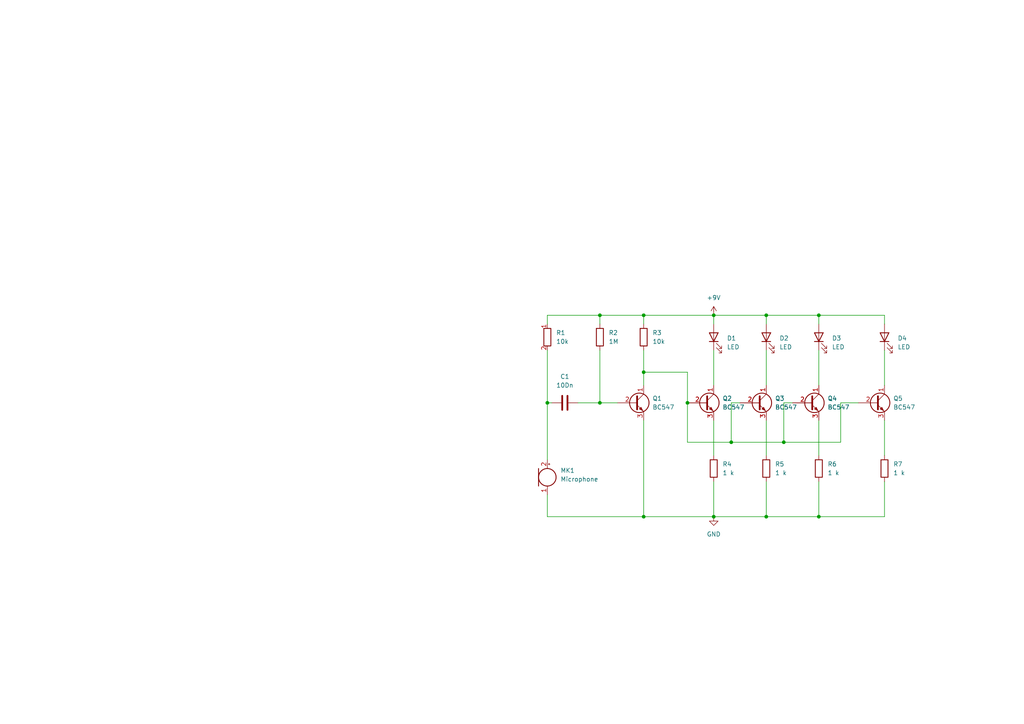
<source format=kicad_sch>
(kicad_sch (version 20211123) (generator eeschema)
  (paper "A4")
  (title_block (title "Proekt") (date "2024-11-06"))
  (lib_symbols
    (symbol "Device:C" (pin_numbers hide) (pin_names (offset 0.254))
      (property "Reference" "C" (at 0.635 2.54 0))
      (property "Value" "C" (at 0.635 -2.54 0))
      (symbol "C_0_1"
        (polyline (pts (xy -2.032 -0.762) (xy 2.032 -0.762)) (stroke (width 0.508)))
        (polyline (pts (xy -2.032 0.762) (xy 2.032 0.762)) (stroke (width 0.508)))
      )
      (symbol "C_1_1"
        (pin passive line (at 0 3.81 270) (length 2.794) (name "~") (number "1"))
        (pin passive line (at 0 -3.81 90) (length 2.794) (name "~") (number "2"))
      )
    )
    (symbol "Device:LED" (pin_numbers hide) (pin_names (offset 1.016) hide)
      (property "Reference" "D" (at 0 2.54 0))
      (property "Value" "LED" (at 0 -2.54 0))
      (symbol "LED_0_1"
        (polyline (pts (xy -1.27 -1.27) (xy -1.27 1.27)) (stroke (width 0.254)))
        (polyline (pts (xy -1.27 0) (xy 1.27 0)))
        (polyline (pts (xy 1.27 -1.27) (xy 1.27 1.27) (xy -1.27 0) (xy 1.27 -1.27)) (stroke (width 0.254)))
        (polyline (pts (xy -3.048 -0.762) (xy -4.572 -2.286) (xy -3.81 -2.286) (xy -4.572 -2.286) (xy -4.572 -1.524)))
        (polyline (pts (xy -1.778 -0.762) (xy -3.302 -2.286) (xy -2.54 -2.286) (xy -3.302 -2.286) (xy -3.302 -1.524)))
      )
      (symbol "LED_1_1"
        (pin passive line (at -3.81 0 0) (length 2.54) (name "K") (number "1"))
        (pin passive line (at 3.81 0 180) (length 2.54) (name "A") (number "2"))
      )
    )
    (symbol "Device:Microphone" (pin_names (offset 0.0254) hide)
      (property "Reference" "MK" (at -3.81 1.27 0))
      (property "Value" "Microphone" (at -3.81 -0.635 0))
      (symbol "Microphone_0_1"
        (polyline (pts (xy -2.54 2.54) (xy -2.54 -2.54)) (stroke (width 0.254)))
        (polyline (pts (xy 0.254 3.81) (xy 0.762 3.81)))
        (polyline (pts (xy 0.508 4.064) (xy 0.508 3.556)))
        (circle (center 0 0) (radius 2.54) (stroke (width 0.254)))
      )
      (symbol "Microphone_1_1"
        (pin passive line (at 0 -5.08 90) (length 2.54) (name "-") (number "1"))
        (pin passive line (at 0 5.08 270) (length 2.54) (name "+") (number "2"))
      )
    )
    (symbol "Device:Q_NPN_CBE" (pin_names (offset 0) hide)
      (property "Reference" "Q" (at 5.08 1.27 0))
      (property "Value" "Q_NPN_CBE" (at 5.08 -1.27 0))
      (symbol "Q_NPN_CBE_0_1"
        (polyline (pts (xy 0.635 0.635) (xy 2.54 2.54)))
        (polyline (pts (xy 0.635 -0.635) (xy 2.54 -2.54) (xy 2.54 -2.54)))
        (polyline (pts (xy 0.635 1.905) (xy 0.635 -1.905) (xy 0.635 -1.905)) (stroke (width 0.508)))
        (polyline (pts (xy 1.27 -1.778) (xy 1.778 -1.27) (xy 2.286 -2.286) (xy 1.27 -1.778) (xy 1.27 -1.778)) (fill (type outline)))
        (circle (center 1.27 0) (radius 2.8194) (stroke (width 0.254)))
      )
      (symbol "Q_NPN_CBE_1_1"
        (pin passive line (at 2.54 5.08 270) (length 2.54) (name "C") (number "1"))
        (pin input line (at -5.08 0 0) (length 5.715) (name "B") (number "2"))
        (pin passive line (at 2.54 -5.08 90) (length 2.54) (name "E") (number "3"))
      )
    )
    (symbol "Device:R" (pin_numbers hide) (pin_names (offset 0))
      (property "Reference" "R" (at 2.032 0 90))
      (property "Value" "R" (at 0 0 90))
      (symbol "R_0_1"
        (rectangle (start -1.016 -2.54) (end 1.016 2.54) (stroke (width 0.254)))
      )
      (symbol "R_1_1"
        (pin passive line (at 0 3.81 270) (length 1.27) (name "~") (number "1"))
        (pin passive line (at 0 -3.81 90) (length 1.27) (name "~") (number "2"))
      )
    )
    (symbol "R_1" (pin_names (offset 0))
      (property "Reference" "R" (at 2.032 0 90))
      (property "Value" "R_1" (at 0 0 90))
      (symbol "R_1_0_1"
        (rectangle (start -1.016 -2.54) (end 1.016 2.54) (stroke (width 0.254)))
      )
      (symbol "R_1_1_1"
        (pin passive line (at 0 3.81 270) (length 1.27) (name "~") (number "1"))
        (pin passive line (at 0 -3.81 90) (length 1.27) (name "~") (number "2"))
      )
    )
    (symbol "power:+9V" (power) (pin_names (offset 0))
      (property "Value" "+9V" (at 0 3.556 0))
      (symbol "+9V_0_1"
        (polyline (pts (xy -0.762 1.27) (xy 0 2.54)))
        (polyline (pts (xy 0 0) (xy 0 2.54)))
        (polyline (pts (xy 0 2.54) (xy 0.762 1.27)))
      )
      (symbol "+9V_1_1"
        (pin power_in line (at 0 0 90) (length 0) hide (name "+9V") (number "1"))
      )
    )
    (symbol "power:GND" (power) (pin_names (offset 0))
      (property "Value" "GND" (at 0 -3.81 0))
      (symbol "GND_0_1"
        (polyline (pts (xy 0 0) (xy 0 -1.27) (xy 1.27 -1.27) (xy 0 -2.54) (xy -1.27 -1.27) (xy 0 -1.27)))
      )
      (symbol "GND_1_1"
        (pin power_in line (at 0 0 270) (length 0) hide (name "GND") (number "1"))
      )
    )
  )
  (junction (at 186.69 107.95))
  (junction (at 173.99 91.44))
  (junction (at 186.69 149.86))
  (junction (at 173.99 116.84))
  (junction (at 222.25 149.86))
  (junction (at 158.75 116.84))
  (junction (at 227.33 128.27))
  (junction (at 212.09 128.27))
  (junction (at 222.25 91.44))
  (junction (at 237.49 149.86))
  (junction (at 237.49 91.44))
  (junction (at 199.39 116.84))
  (junction (at 186.69 91.44))
  (junction (at 207.01 91.44))
  (junction (at 207.01 149.86))
  (wire (pts (xy 186.69 91.44) (xy 207.01 91.44)))
  (wire (pts (xy 229.87 116.84) (xy 227.33 116.84)))
  (wire (pts (xy 207.01 101.6) (xy 207.01 111.76)))
  (wire (pts (xy 222.25 149.86) (xy 207.01 149.86)))
  (wire (pts (xy 256.54 101.6) (xy 256.54 111.76)))
  (wire (pts (xy 199.39 116.84) (xy 199.39 107.95)))
  (wire (pts (xy 167.64 116.84) (xy 173.99 116.84)))
  (wire (pts (xy 207.01 149.86) (xy 207.01 139.7)))
  (wire (pts (xy 212.09 116.84) (xy 212.09 128.27)))
  (wire (pts (xy 256.54 91.44) (xy 256.54 93.98)))
  (wire (pts (xy 158.75 116.84) (xy 158.75 133.35)))
  (wire (pts (xy 237.49 91.44) (xy 237.49 93.98)))
  (wire (pts (xy 237.49 91.44) (xy 256.54 91.44)))
  (wire (pts (xy 186.69 149.86) (xy 207.01 149.86)))
  (wire (pts (xy 237.49 101.6) (xy 237.49 111.76)))
  (wire (pts (xy 158.75 91.44) (xy 173.99 91.44)))
  (wire (pts (xy 237.49 121.92) (xy 237.49 132.08)))
  (wire (pts (xy 214.63 116.84) (xy 212.09 116.84)))
  (wire (pts (xy 222.25 101.6) (xy 222.25 111.76)))
  (wire (pts (xy 158.75 149.86) (xy 186.69 149.86)))
  (wire (pts (xy 173.99 91.44) (xy 173.99 93.98)))
  (wire (pts (xy 158.75 101.6) (xy 158.75 116.84)))
  (wire (pts (xy 173.99 116.84) (xy 179.07 116.84)))
  (wire (pts (xy 222.25 91.44) (xy 237.49 91.44)))
  (wire (pts (xy 222.25 139.7) (xy 222.25 149.86)))
  (wire (pts (xy 186.69 107.95) (xy 186.69 111.76)))
  (wire (pts (xy 186.69 121.92) (xy 186.69 149.86)))
  (wire (pts (xy 256.54 139.7) (xy 256.54 149.86)))
  (wire (pts (xy 237.49 149.86) (xy 222.25 149.86)))
  (wire (pts (xy 186.69 91.44) (xy 186.69 93.98)))
  (wire (pts (xy 212.09 128.27) (xy 227.33 128.27)))
  (wire (pts (xy 199.39 116.84) (xy 199.39 128.27)))
  (wire (pts (xy 227.33 128.27) (xy 243.84 128.27)))
  (wire (pts (xy 256.54 149.86) (xy 237.49 149.86)))
  (wire (pts (xy 243.84 128.27) (xy 243.84 116.84)))
  (wire (pts (xy 186.69 107.95) (xy 199.39 107.95)))
  (wire (pts (xy 207.01 91.44) (xy 222.25 91.44)))
  (wire (pts (xy 237.49 139.7) (xy 237.49 149.86)))
  (wire (pts (xy 222.25 91.44) (xy 222.25 93.98)))
  (wire (pts (xy 199.39 128.27) (xy 212.09 128.27)))
  (wire (pts (xy 207.01 121.92) (xy 207.01 132.08)))
  (wire (pts (xy 207.01 91.44) (xy 207.01 93.98)))
  (wire (pts (xy 158.75 143.51) (xy 158.75 149.86)))
  (wire (pts (xy 158.75 93.98) (xy 158.75 91.44)))
  (wire (pts (xy 227.33 116.84) (xy 227.33 128.27)))
  (wire (pts (xy 186.69 101.6) (xy 186.69 107.95)))
  (wire (pts (xy 173.99 101.6) (xy 173.99 116.84)))
  (wire (pts (xy 222.25 121.92) (xy 222.25 132.08)))
  (wire (pts (xy 173.99 91.44) (xy 186.69 91.44)))
  (wire (pts (xy 158.75 116.84) (xy 160.02 116.84)))
  (wire (pts (xy 243.84 116.84) (xy 248.92 116.84)))
  (wire (pts (xy 256.54 121.92) (xy 256.54 132.08)))
  (symbol (lib_id "power:GND") (at 207.01 149.86 0) (unit 1)
    (property "Reference" "#PWR0101" (effects hide))
    (property "Value" "GND" (at 207.01 154.94 0))
  )
  (symbol (lib_id "Device:Q_NPN_CBE") (at 254 116.84 0) (unit 1)
    (property "Reference" "Q5" (at 259.08 115.57 0) (effects (justify left)))
    (property "Value" "BC547" (at 259.08 118.11 0) (effects (justify left)))
    (property "Footprint" "Package_TO_SOT_THT:TO-92_Inline" (effects hide))
  )
  (symbol (lib_id "Device:R") (at 186.69 97.79 0) (unit 1)
    (property "Reference" "R3" (at 189.23 96.5199 0) (effects (justify left)))
    (property "Value" "10k" (at 189.23 99.0599 0) (effects (justify left)))
    (property "Footprint" "Resistor_SMD:R_1210_3225Metric" (effects hide))
  )
  (symbol (lib_id "Device:Q_NPN_CBE") (at 219.71 116.84 0) (unit 1)
    (property "Reference" "Q3" (at 224.79 115.5699 0) (effects (justify left)))
    (property "Value" "BC547" (at 224.79 118.1099 0) (effects (justify left)))
    (property "Footprint" "Package_TO_SOT_THT:TO-92_Inline" (effects hide))
  )
  (symbol (lib_id "Device:LED") (at 222.25 97.79 90) (unit 1)
    (property "Reference" "D2" (at 226.06 98.1074 90) (effects (justify right)))
    (property "Value" "LED" (at 226.06 100.6474 90) (effects (justify right)))
    (property "Footprint" "LED_THT:LED_D8.0mm" (effects hide))
  )
  (symbol (lib_id "Device:R") (at 173.99 97.79 0) (unit 1)
    (property "Reference" "R2" (at 176.53 96.5199 0) (effects (justify left)))
    (property "Value" "1M" (at 176.53 99.0599 0) (effects (justify left)))
    (property "Footprint" "Resistor_SMD:R_1210_3225Metric" (effects hide))
  )
  (symbol (lib_id "Device:Q_NPN_CBE") (at 184.15 116.84 0) (unit 1)
    (property "Reference" "Q1" (at 189.23 115.5699 0) (effects (justify left)))
    (property "Value" "BC547" (at 189.23 118.1099 0) (effects (justify left)))
    (property "Footprint" "Package_TO_SOT_THT:TO-92_Inline" (effects hide))
  )
  (symbol (lib_id "Device:LED") (at 237.49 97.79 90) (unit 1)
    (property "Reference" "D3" (at 241.3 98.1074 90) (effects (justify right)))
    (property "Value" "LED" (at 241.3 100.6474 90) (effects (justify right)))
    (property "Footprint" "LED_THT:LED_D8.0mm" (effects hide))
  )
  (symbol (lib_id "Device:Q_NPN_CBE") (at 204.47 116.84 0) (unit 1)
    (property "Reference" "Q2" (at 209.55 115.5699 0) (effects (justify left)))
    (property "Value" "BC547" (at 209.55 118.1099 0) (effects (justify left)))
    (property "Footprint" "Package_TO_SOT_THT:TO-92_Inline" (effects hide))
  )
  (symbol (lib_name "R_1") (lib_id "Device:R") (at 158.75 97.79 0) (unit 1)
    (property "Reference" "R1" (at 161.29 96.5199 0) (effects (justify left)))
    (property "Value" "10k" (at 161.29 99.0599 0) (effects (justify left)))
    (property "Footprint" "Resistor_SMD:R_1210_3225Metric" (effects hide))
  )
  (symbol (lib_id "Device:Microphone") (at 158.75 138.43 0) (unit 1)
    (property "Reference" "MK1" (at 162.56 136.4614 0) (effects (justify left)))
    (property "Value" "Microphone" (at 162.56 139.0014 0) (effects (justify left)))
    (property "Footprint" "Sensor_Audio:CUI_CMC-4013-SMT" (effects hide))
  )
  (symbol (lib_id "Device:R") (at 207.01 135.89 0) (unit 1)
    (property "Reference" "R4" (at 209.55 134.6199 0) (effects (justify left)))
    (property "Value" "1 k" (at 209.55 137.1599 0) (effects (justify left)))
    (property "Footprint" "Resistor_SMD:R_1210_3225Metric" (effects hide))
  )
  (symbol (lib_id "Device:C") (at 163.83 116.84 90) (unit 1)
    (property "Reference" "C1" (at 163.83 109.22 90))
    (property "Value" "10Dn" (at 163.83 111.76 90))
    (property "Footprint" "Capacitor_SMD:C_1210_3225Metric" (effects hide))
  )
  (symbol (lib_id "Device:LED") (at 207.01 97.79 90) (unit 1)
    (property "Reference" "D1" (at 210.82 98.1074 90) (effects (justify right)))
    (property "Value" "LED" (at 210.82 100.6474 90) (effects (justify right)))
    (property "Footprint" "LED_THT:LED_D8.0mm" (effects hide))
  )
  (symbol (lib_id "Device:R") (at 256.54 135.89 0) (unit 1)
    (property "Reference" "R7" (at 259.08 134.6199 0) (effects (justify left)))
    (property "Value" "1 k" (at 259.08 137.1599 0) (effects (justify left)))
    (property "Footprint" "Resistor_SMD:R_1210_3225Metric" (effects hide))
  )
  (symbol (lib_id "Device:R") (at 237.49 135.89 0) (unit 1)
    (property "Reference" "R6" (at 240.03 134.6199 0) (effects (justify left)))
    (property "Value" "1 k" (at 240.03 137.1599 0) (effects (justify left)))
    (property "Footprint" "Resistor_SMD:R_1210_3225Metric" (effects hide))
  )
  (symbol (lib_id "Device:LED") (at 256.54 97.79 90) (unit 1)
    (property "Reference" "D4" (at 260.35 98.1074 90) (effects (justify right)))
    (property "Value" "LED" (at 260.35 100.6474 90) (effects (justify right)))
    (property "Footprint" "LED_THT:LED_D8.0mm" (effects hide))
  )
  (symbol (lib_id "Device:R") (at 222.25 135.89 0) (unit 1)
    (property "Reference" "R5" (at 224.79 134.6199 0) (effects (justify left)))
    (property "Value" "1 k" (at 224.79 137.1599 0) (effects (justify left)))
    (property "Footprint" "Resistor_SMD:R_1210_3225Metric" (effects hide))
  )
  (symbol (lib_id "Device:Q_NPN_CBE") (at 234.95 116.84 0) (unit 1)
    (property "Reference" "Q4" (at 240.03 115.5699 0) (effects (justify left)))
    (property "Value" "BC547" (at 240.03 118.1099 0) (effects (justify left)))
    (property "Footprint" "Package_TO_SOT_THT:TO-92_Inline" (effects hide))
  )
  (symbol (lib_id "power:+9V") (at 207.01 91.44 0) (unit 1)
    (property "Reference" "#PWR0102" (effects hide))
    (property "Value" "+9V" (at 207.01 86.36 0))
  )
)
</source>
